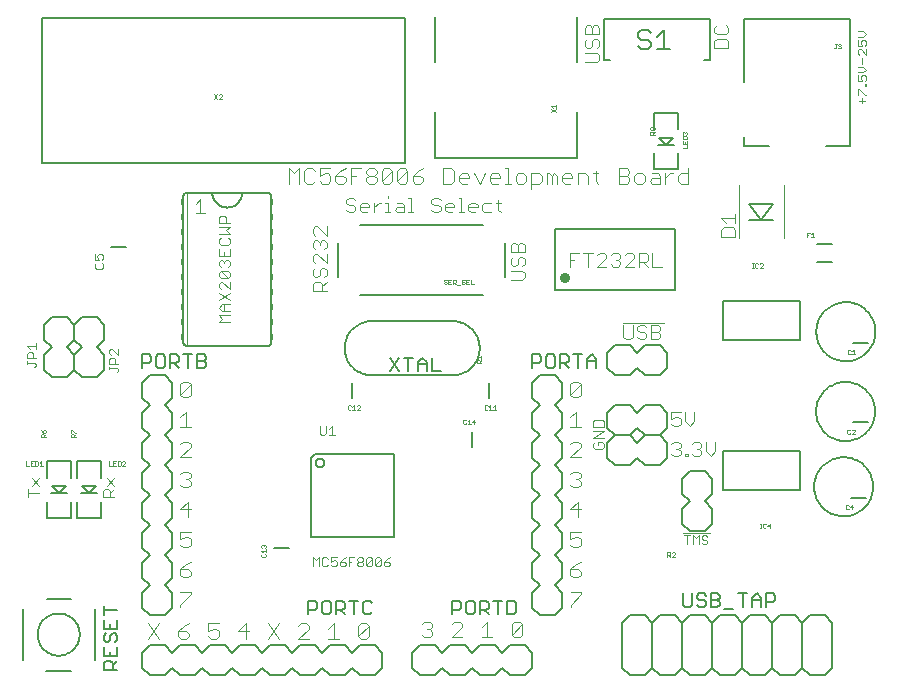
<source format=gto>
G75*
G70*
%OFA0B0*%
%FSLAX24Y24*%
%IPPOS*%
%LPD*%
%AMOC8*
5,1,8,0,0,1.08239X$1,22.5*
%
%ADD10C,0.0040*%
%ADD11C,0.0030*%
%ADD12C,0.0060*%
%ADD13C,0.0080*%
%ADD14C,0.0348*%
%ADD15C,0.0010*%
%ADD16C,0.0020*%
%ADD17C,0.0070*%
%ADD18C,0.0050*%
%ADD19R,0.0050X0.0200*%
D10*
X004704Y001931D02*
X005051Y002452D01*
X004704Y002452D02*
X005051Y001931D01*
X005704Y002018D02*
X005791Y001931D01*
X005964Y001931D01*
X006051Y002018D01*
X006051Y002105D01*
X005964Y002191D01*
X005704Y002191D01*
X005704Y002018D01*
X005704Y002191D02*
X005878Y002365D01*
X006051Y002452D01*
X005770Y002992D02*
X005770Y003079D01*
X006117Y003426D01*
X006117Y003513D01*
X005770Y003513D01*
X005857Y003992D02*
X006030Y003992D01*
X006117Y004079D01*
X006117Y004166D01*
X006030Y004252D01*
X005770Y004252D01*
X005770Y004079D01*
X005857Y003992D01*
X005770Y004252D02*
X005944Y004426D01*
X006117Y004513D01*
X006030Y004992D02*
X005857Y004992D01*
X005770Y005079D01*
X005770Y005252D02*
X005944Y005339D01*
X006030Y005339D01*
X006117Y005252D01*
X006117Y005079D01*
X006030Y004992D01*
X005770Y005252D02*
X005770Y005513D01*
X006117Y005513D01*
X006030Y005992D02*
X006030Y006513D01*
X005770Y006252D01*
X006117Y006252D01*
X006030Y006992D02*
X005857Y006992D01*
X005770Y007079D01*
X005944Y007252D02*
X006030Y007252D01*
X006117Y007166D01*
X006117Y007079D01*
X006030Y006992D01*
X006030Y007252D02*
X006117Y007339D01*
X006117Y007426D01*
X006030Y007513D01*
X005857Y007513D01*
X005770Y007426D01*
X005770Y007992D02*
X006117Y008339D01*
X006117Y008426D01*
X006030Y008513D01*
X005857Y008513D01*
X005770Y008426D01*
X005770Y007992D02*
X006117Y007992D01*
X006117Y008992D02*
X005770Y008992D01*
X005944Y008992D02*
X005944Y009513D01*
X005770Y009339D01*
X005857Y009992D02*
X005770Y010079D01*
X006117Y010426D01*
X006117Y010079D01*
X006030Y009992D01*
X005857Y009992D01*
X005770Y010079D02*
X005770Y010426D01*
X005857Y010513D01*
X006030Y010513D01*
X006117Y010426D01*
X007053Y012490D02*
X007173Y012610D01*
X007053Y012730D01*
X007413Y012730D01*
X007413Y012858D02*
X007173Y012858D01*
X007053Y012978D01*
X007173Y013098D01*
X007413Y013098D01*
X007413Y013227D02*
X007053Y013467D01*
X007113Y013595D02*
X007053Y013655D01*
X007053Y013775D01*
X007113Y013835D01*
X007173Y013835D01*
X007413Y013595D01*
X007413Y013835D01*
X007353Y013963D02*
X007113Y013963D01*
X007053Y014023D01*
X007053Y014143D01*
X007113Y014203D01*
X007353Y013963D01*
X007413Y014023D01*
X007413Y014143D01*
X007353Y014203D01*
X007113Y014203D01*
X007113Y014331D02*
X007053Y014392D01*
X007053Y014512D01*
X007113Y014572D01*
X007173Y014572D01*
X007233Y014512D01*
X007293Y014572D01*
X007353Y014572D01*
X007413Y014512D01*
X007413Y014392D01*
X007353Y014331D01*
X007233Y014452D02*
X007233Y014512D01*
X007233Y014700D02*
X007233Y014820D01*
X007053Y014940D02*
X007053Y014700D01*
X007413Y014700D01*
X007413Y014940D01*
X007353Y015068D02*
X007413Y015128D01*
X007413Y015248D01*
X007353Y015308D01*
X007413Y015436D02*
X007293Y015556D01*
X007413Y015677D01*
X007053Y015677D01*
X007053Y015805D02*
X007053Y015985D01*
X007113Y016045D01*
X007233Y016045D01*
X007293Y015985D01*
X007293Y015805D01*
X007413Y015805D02*
X007053Y015805D01*
X007053Y015436D02*
X007413Y015436D01*
X007113Y015308D02*
X007053Y015248D01*
X007053Y015128D01*
X007113Y015068D01*
X007353Y015068D01*
X006590Y016123D02*
X006283Y016123D01*
X006437Y016123D02*
X006437Y016583D01*
X006283Y016430D01*
X009386Y017109D02*
X009386Y017630D01*
X009560Y017456D01*
X009733Y017630D01*
X009733Y017109D01*
X009902Y017196D02*
X009989Y017109D01*
X010162Y017109D01*
X010249Y017196D01*
X010417Y017196D02*
X010504Y017109D01*
X010678Y017109D01*
X010764Y017196D01*
X010764Y017369D01*
X010678Y017456D01*
X010591Y017456D01*
X010417Y017369D01*
X010417Y017630D01*
X010764Y017630D01*
X010933Y017369D02*
X011193Y017369D01*
X011280Y017283D01*
X011280Y017196D01*
X011193Y017109D01*
X011020Y017109D01*
X010933Y017196D01*
X010933Y017369D01*
X011107Y017543D01*
X011280Y017630D01*
X011449Y017630D02*
X011796Y017630D01*
X011964Y017543D02*
X011964Y017456D01*
X012051Y017369D01*
X012225Y017369D01*
X012311Y017283D01*
X012311Y017196D01*
X012225Y017109D01*
X012051Y017109D01*
X011964Y017196D01*
X011964Y017283D01*
X012051Y017369D01*
X012225Y017369D02*
X012311Y017456D01*
X012311Y017543D01*
X012225Y017630D01*
X012051Y017630D01*
X011964Y017543D01*
X011622Y017369D02*
X011449Y017369D01*
X011449Y017109D02*
X011449Y017630D01*
X012480Y017543D02*
X012480Y017196D01*
X012827Y017543D01*
X012827Y017196D01*
X012740Y017109D01*
X012567Y017109D01*
X012480Y017196D01*
X012480Y017543D02*
X012567Y017630D01*
X012740Y017630D01*
X012827Y017543D01*
X012996Y017543D02*
X012996Y017196D01*
X013343Y017543D01*
X013343Y017196D01*
X013256Y017109D01*
X013082Y017109D01*
X012996Y017196D01*
X012996Y017543D02*
X013082Y017630D01*
X013256Y017630D01*
X013343Y017543D01*
X013511Y017369D02*
X013771Y017369D01*
X013858Y017283D01*
X013858Y017196D01*
X013771Y017109D01*
X013598Y017109D01*
X013511Y017196D01*
X013511Y017369D01*
X013685Y017543D01*
X013858Y017630D01*
X014543Y017630D02*
X014543Y017109D01*
X014803Y017109D01*
X014889Y017196D01*
X014889Y017543D01*
X014803Y017630D01*
X014543Y017630D01*
X015058Y017369D02*
X015145Y017456D01*
X015318Y017456D01*
X015405Y017369D01*
X015405Y017283D01*
X015058Y017283D01*
X015058Y017369D02*
X015058Y017196D01*
X015145Y017109D01*
X015318Y017109D01*
X015747Y017109D02*
X015921Y017456D01*
X016089Y017369D02*
X016176Y017456D01*
X016350Y017456D01*
X016436Y017369D01*
X016436Y017283D01*
X016089Y017283D01*
X016089Y017369D02*
X016089Y017196D01*
X016176Y017109D01*
X016350Y017109D01*
X016605Y017109D02*
X016779Y017109D01*
X016692Y017109D02*
X016692Y017630D01*
X016605Y017630D01*
X016949Y017369D02*
X016949Y017196D01*
X017036Y017109D01*
X017209Y017109D01*
X017296Y017196D01*
X017296Y017369D01*
X017209Y017456D01*
X017036Y017456D01*
X016949Y017369D01*
X017464Y017456D02*
X017464Y016936D01*
X017464Y017109D02*
X017725Y017109D01*
X017811Y017196D01*
X017811Y017369D01*
X017725Y017456D01*
X017464Y017456D01*
X017980Y017456D02*
X017980Y017109D01*
X018154Y017109D02*
X018154Y017369D01*
X018240Y017456D01*
X018327Y017369D01*
X018327Y017109D01*
X018496Y017196D02*
X018496Y017369D01*
X018582Y017456D01*
X018756Y017456D01*
X018843Y017369D01*
X018843Y017283D01*
X018496Y017283D01*
X018496Y017196D02*
X018582Y017109D01*
X018756Y017109D01*
X019011Y017109D02*
X019011Y017456D01*
X019271Y017456D01*
X019358Y017369D01*
X019358Y017109D01*
X019614Y017196D02*
X019700Y017109D01*
X019614Y017196D02*
X019614Y017543D01*
X019700Y017456D02*
X019527Y017456D01*
X020386Y017369D02*
X020646Y017369D01*
X020733Y017283D01*
X020733Y017196D01*
X020646Y017109D01*
X020386Y017109D01*
X020386Y017630D01*
X020646Y017630D01*
X020733Y017543D01*
X020733Y017456D01*
X020646Y017369D01*
X020902Y017369D02*
X020989Y017456D01*
X021162Y017456D01*
X021249Y017369D01*
X021249Y017196D01*
X021162Y017109D01*
X020989Y017109D01*
X020902Y017196D01*
X020902Y017369D01*
X021418Y017196D02*
X021504Y017109D01*
X021764Y017109D01*
X021764Y017369D01*
X021678Y017456D01*
X021504Y017456D01*
X021504Y017283D02*
X021764Y017283D01*
X021933Y017283D02*
X022107Y017456D01*
X022193Y017456D01*
X022363Y017369D02*
X022450Y017456D01*
X022710Y017456D01*
X022710Y017630D02*
X022710Y017109D01*
X022450Y017109D01*
X022363Y017196D01*
X022363Y017369D01*
X021933Y017456D02*
X021933Y017109D01*
X021504Y017283D02*
X021418Y017196D01*
X023803Y015957D02*
X023956Y015803D01*
X023880Y015650D02*
X023803Y015573D01*
X023803Y015343D01*
X024263Y015343D01*
X024263Y015573D01*
X024187Y015650D01*
X023880Y015650D01*
X024263Y015803D02*
X024263Y016110D01*
X024263Y015957D02*
X023803Y015957D01*
X024383Y015283D02*
X024383Y017063D01*
X025883Y017063D02*
X025883Y015283D01*
X021816Y014339D02*
X021509Y014339D01*
X021509Y014799D01*
X021356Y014722D02*
X021356Y014569D01*
X021279Y014492D01*
X021049Y014492D01*
X021202Y014492D02*
X021356Y014339D01*
X021049Y014339D02*
X021049Y014799D01*
X021279Y014799D01*
X021356Y014722D01*
X020895Y014722D02*
X020895Y014646D01*
X020588Y014339D01*
X020895Y014339D01*
X020895Y014722D02*
X020819Y014799D01*
X020665Y014799D01*
X020588Y014722D01*
X020435Y014722D02*
X020435Y014646D01*
X020358Y014569D01*
X020435Y014492D01*
X020435Y014415D01*
X020358Y014339D01*
X020205Y014339D01*
X020128Y014415D01*
X019975Y014339D02*
X019668Y014339D01*
X019975Y014646D01*
X019975Y014722D01*
X019898Y014799D01*
X019744Y014799D01*
X019668Y014722D01*
X019514Y014799D02*
X019207Y014799D01*
X019054Y014799D02*
X018747Y014799D01*
X018747Y014339D01*
X018747Y014569D02*
X018900Y014569D01*
X019361Y014339D02*
X019361Y014799D01*
X020128Y014722D02*
X020205Y014799D01*
X020358Y014799D01*
X020435Y014722D01*
X020358Y014569D02*
X020282Y014569D01*
X020523Y012473D02*
X021904Y012473D01*
X021771Y012317D02*
X021694Y012393D01*
X021464Y012393D01*
X021464Y011933D01*
X021694Y011933D01*
X021771Y012010D01*
X021771Y012087D01*
X021694Y012163D01*
X021464Y012163D01*
X021310Y012087D02*
X021310Y012010D01*
X021234Y011933D01*
X021080Y011933D01*
X021004Y012010D01*
X020850Y012010D02*
X020850Y012393D01*
X021004Y012317D02*
X021080Y012393D01*
X021234Y012393D01*
X021310Y012317D01*
X021234Y012163D02*
X021310Y012087D01*
X021234Y012163D02*
X021080Y012163D01*
X021004Y012240D01*
X021004Y012317D01*
X020850Y012010D02*
X020773Y011933D01*
X020620Y011933D01*
X020543Y012010D01*
X020543Y012393D01*
X021694Y012163D02*
X021771Y012240D01*
X021771Y012317D01*
X019117Y010426D02*
X019117Y010079D01*
X019030Y009992D01*
X018857Y009992D01*
X018770Y010079D01*
X019117Y010426D01*
X019030Y010513D01*
X018857Y010513D01*
X018770Y010426D01*
X018770Y010079D01*
X018944Y009513D02*
X018944Y008992D01*
X019117Y008992D02*
X018770Y008992D01*
X018770Y009339D02*
X018944Y009513D01*
X019030Y008513D02*
X018857Y008513D01*
X018770Y008426D01*
X019030Y008513D02*
X019117Y008426D01*
X019117Y008339D01*
X018770Y007992D01*
X019117Y007992D01*
X019030Y007513D02*
X019117Y007426D01*
X019117Y007339D01*
X019030Y007252D01*
X019117Y007166D01*
X019117Y007079D01*
X019030Y006992D01*
X018857Y006992D01*
X018770Y007079D01*
X018944Y007252D02*
X019030Y007252D01*
X019030Y007513D02*
X018857Y007513D01*
X018770Y007426D01*
X019030Y006513D02*
X018770Y006252D01*
X019117Y006252D01*
X019030Y005992D02*
X019030Y006513D01*
X019117Y005513D02*
X018770Y005513D01*
X018770Y005252D01*
X018944Y005339D01*
X019030Y005339D01*
X019117Y005252D01*
X019117Y005079D01*
X019030Y004992D01*
X018857Y004992D01*
X018770Y005079D01*
X019117Y004513D02*
X018944Y004426D01*
X018770Y004252D01*
X019030Y004252D01*
X019117Y004166D01*
X019117Y004079D01*
X019030Y003992D01*
X018857Y003992D01*
X018770Y004079D01*
X018770Y004252D01*
X018780Y003513D02*
X019127Y003513D01*
X019127Y003426D01*
X018780Y003079D01*
X018780Y002992D01*
X017167Y002426D02*
X017167Y002079D01*
X017080Y001992D01*
X016907Y001992D01*
X016820Y002079D01*
X017167Y002426D01*
X017080Y002513D01*
X016907Y002513D01*
X016820Y002426D01*
X016820Y002079D01*
X016167Y001992D02*
X015820Y001992D01*
X015994Y001992D02*
X015994Y002513D01*
X015820Y002339D01*
X015167Y002339D02*
X015167Y002426D01*
X015080Y002513D01*
X014907Y002513D01*
X014820Y002426D01*
X015167Y002339D02*
X014820Y001992D01*
X015167Y001992D01*
X014167Y002079D02*
X014080Y001992D01*
X013907Y001992D01*
X013820Y002079D01*
X013994Y002252D02*
X014080Y002252D01*
X014167Y002166D01*
X014167Y002079D01*
X014080Y002252D02*
X014167Y002339D01*
X014167Y002426D01*
X014080Y002513D01*
X013907Y002513D01*
X013820Y002426D01*
X012051Y002365D02*
X012051Y002018D01*
X011964Y001931D01*
X011791Y001931D01*
X011704Y002018D01*
X012051Y002365D01*
X011964Y002452D01*
X011791Y002452D01*
X011704Y002365D01*
X011704Y002018D01*
X011051Y001931D02*
X010704Y001931D01*
X010878Y001931D02*
X010878Y002452D01*
X010704Y002278D01*
X010051Y002278D02*
X010051Y002365D01*
X009964Y002452D01*
X009791Y002452D01*
X009704Y002365D01*
X010051Y002278D02*
X009704Y001931D01*
X010051Y001931D01*
X009051Y001931D02*
X008704Y002452D01*
X009051Y002452D02*
X008704Y001931D01*
X008051Y002191D02*
X007704Y002191D01*
X007964Y002452D01*
X007964Y001931D01*
X007051Y002018D02*
X006964Y001931D01*
X006791Y001931D01*
X006704Y002018D01*
X006704Y002191D02*
X006878Y002278D01*
X006964Y002278D01*
X007051Y002191D01*
X007051Y002018D01*
X006704Y002191D02*
X006704Y002452D01*
X007051Y002452D01*
X007053Y012490D02*
X007413Y012490D01*
X007233Y012858D02*
X007233Y013098D01*
X007053Y013227D02*
X007413Y013467D01*
X010188Y013535D02*
X010188Y013765D01*
X010265Y013842D01*
X010419Y013842D01*
X010495Y013765D01*
X010495Y013535D01*
X010495Y013688D02*
X010649Y013842D01*
X010572Y013995D02*
X010649Y014072D01*
X010649Y014226D01*
X010572Y014302D01*
X010495Y014302D01*
X010419Y014226D01*
X010419Y014072D01*
X010342Y013995D01*
X010265Y013995D01*
X010188Y014072D01*
X010188Y014226D01*
X010265Y014302D01*
X010265Y014456D02*
X010188Y014532D01*
X010188Y014686D01*
X010265Y014763D01*
X010342Y014763D01*
X010649Y014456D01*
X010649Y014763D01*
X010572Y014916D02*
X010649Y014993D01*
X010649Y015146D01*
X010572Y015223D01*
X010495Y015223D01*
X010419Y015146D01*
X010419Y015069D01*
X010419Y015146D02*
X010342Y015223D01*
X010265Y015223D01*
X010188Y015146D01*
X010188Y014993D01*
X010265Y014916D01*
X010265Y015376D02*
X010188Y015453D01*
X010188Y015607D01*
X010265Y015683D01*
X010342Y015683D01*
X010649Y015376D01*
X010649Y015683D01*
X011303Y016240D02*
X011380Y016163D01*
X011533Y016163D01*
X011610Y016240D01*
X011610Y016316D01*
X011533Y016393D01*
X011380Y016393D01*
X011303Y016470D01*
X011303Y016547D01*
X011380Y016623D01*
X011533Y016623D01*
X011610Y016547D01*
X011764Y016393D02*
X011840Y016470D01*
X011994Y016470D01*
X012071Y016393D01*
X012071Y016316D01*
X011764Y016316D01*
X011764Y016240D02*
X011764Y016393D01*
X011764Y016240D02*
X011840Y016163D01*
X011994Y016163D01*
X012224Y016163D02*
X012224Y016470D01*
X012377Y016470D02*
X012224Y016316D01*
X012377Y016470D02*
X012454Y016470D01*
X012608Y016470D02*
X012684Y016470D01*
X012684Y016163D01*
X012608Y016163D02*
X012761Y016163D01*
X012914Y016240D02*
X012991Y016316D01*
X013221Y016316D01*
X013221Y016393D02*
X013221Y016163D01*
X012991Y016163D01*
X012914Y016240D01*
X012991Y016470D02*
X013145Y016470D01*
X013221Y016393D01*
X013375Y016163D02*
X013528Y016163D01*
X013452Y016163D02*
X013452Y016623D01*
X013375Y016623D01*
X012684Y016623D02*
X012684Y016700D01*
X014142Y016547D02*
X014142Y016470D01*
X014219Y016393D01*
X014372Y016393D01*
X014449Y016316D01*
X014449Y016240D01*
X014372Y016163D01*
X014219Y016163D01*
X014142Y016240D01*
X014142Y016547D02*
X014219Y016623D01*
X014372Y016623D01*
X014449Y016547D01*
X014602Y016393D02*
X014679Y016470D01*
X014833Y016470D01*
X014909Y016393D01*
X014909Y016316D01*
X014602Y016316D01*
X014602Y016240D02*
X014602Y016393D01*
X014602Y016240D02*
X014679Y016163D01*
X014833Y016163D01*
X015063Y016163D02*
X015216Y016163D01*
X015139Y016163D02*
X015139Y016623D01*
X015063Y016623D01*
X015370Y016393D02*
X015446Y016470D01*
X015600Y016470D01*
X015677Y016393D01*
X015677Y016316D01*
X015370Y016316D01*
X015370Y016240D02*
X015370Y016393D01*
X015370Y016240D02*
X015446Y016163D01*
X015600Y016163D01*
X015830Y016240D02*
X015907Y016163D01*
X016137Y016163D01*
X016367Y016240D02*
X016444Y016163D01*
X016367Y016240D02*
X016367Y016547D01*
X016290Y016470D02*
X016444Y016470D01*
X016137Y016470D02*
X015907Y016470D01*
X015830Y016393D01*
X015830Y016240D01*
X015747Y017109D02*
X015574Y017456D01*
X017980Y017456D02*
X018067Y017456D01*
X018154Y017369D01*
X017172Y015133D02*
X017249Y015056D01*
X017249Y014826D01*
X016788Y014826D01*
X016788Y015056D01*
X016865Y015133D01*
X016942Y015133D01*
X017019Y015056D01*
X017019Y014826D01*
X017095Y014672D02*
X017172Y014672D01*
X017249Y014596D01*
X017249Y014442D01*
X017172Y014365D01*
X017172Y014212D02*
X016788Y014212D01*
X016865Y014365D02*
X016942Y014365D01*
X017019Y014442D01*
X017019Y014596D01*
X017095Y014672D01*
X016865Y014672D02*
X016788Y014596D01*
X016788Y014442D01*
X016865Y014365D01*
X017172Y014212D02*
X017249Y014135D01*
X017249Y013982D01*
X017172Y013905D01*
X016788Y013905D01*
X017019Y015056D02*
X017095Y015133D01*
X017172Y015133D01*
X010649Y013535D02*
X010188Y013535D01*
X009902Y017196D02*
X009902Y017543D01*
X009989Y017630D01*
X010162Y017630D01*
X010249Y017543D01*
X019263Y021162D02*
X019647Y021162D01*
X019723Y021239D01*
X019723Y021392D01*
X019647Y021469D01*
X019263Y021469D01*
X019340Y021622D02*
X019416Y021622D01*
X019493Y021699D01*
X019493Y021852D01*
X019570Y021929D01*
X019647Y021929D01*
X019723Y021852D01*
X019723Y021699D01*
X019647Y021622D01*
X019340Y021622D02*
X019263Y021699D01*
X019263Y021852D01*
X019340Y021929D01*
X019263Y022083D02*
X019263Y022313D01*
X019340Y022390D01*
X019416Y022390D01*
X019493Y022313D01*
X019493Y022083D01*
X019493Y022313D02*
X019570Y022390D01*
X019647Y022390D01*
X019723Y022313D01*
X019723Y022083D01*
X019263Y022083D01*
X023573Y022159D02*
X023650Y022083D01*
X023957Y022083D01*
X024033Y022159D01*
X024033Y022313D01*
X023957Y022390D01*
X023650Y022390D02*
X023573Y022313D01*
X023573Y022159D01*
X023650Y021929D02*
X023573Y021852D01*
X023573Y021622D01*
X024033Y021622D01*
X024033Y021852D01*
X023957Y021929D01*
X023650Y021929D01*
X022910Y009493D02*
X022910Y009187D01*
X022757Y009033D01*
X022604Y009187D01*
X022604Y009493D01*
X022450Y009493D02*
X022143Y009493D01*
X022143Y009263D01*
X022297Y009340D01*
X022373Y009340D01*
X022450Y009263D01*
X022450Y009110D01*
X022373Y009033D01*
X022220Y009033D01*
X022143Y009110D01*
X022220Y008493D02*
X022373Y008493D01*
X022450Y008417D01*
X022450Y008340D01*
X022373Y008263D01*
X022450Y008187D01*
X022450Y008110D01*
X022373Y008033D01*
X022220Y008033D01*
X022143Y008110D01*
X022297Y008263D02*
X022373Y008263D01*
X022143Y008417D02*
X022220Y008493D01*
X022604Y008110D02*
X022604Y008033D01*
X022680Y008033D01*
X022680Y008110D01*
X022604Y008110D01*
X022834Y008110D02*
X022910Y008033D01*
X023064Y008033D01*
X023141Y008110D01*
X023141Y008187D01*
X023064Y008263D01*
X022987Y008263D01*
X023064Y008263D02*
X023141Y008340D01*
X023141Y008417D01*
X023064Y008493D01*
X022910Y008493D01*
X022834Y008417D01*
X023294Y008493D02*
X023294Y008187D01*
X023448Y008033D01*
X023601Y008187D01*
X023601Y008493D01*
D11*
X023427Y005448D02*
X022543Y005448D01*
X022558Y005388D02*
X022752Y005388D01*
X022655Y005388D02*
X022655Y005098D01*
X022853Y005098D02*
X022853Y005388D01*
X022950Y005291D01*
X023046Y005388D01*
X023046Y005098D01*
X023147Y005146D02*
X023196Y005098D01*
X023293Y005098D01*
X023341Y005146D01*
X023341Y005194D01*
X023293Y005243D01*
X023196Y005243D01*
X023147Y005291D01*
X023147Y005339D01*
X023196Y005388D01*
X023293Y005388D01*
X023341Y005339D01*
X019894Y008322D02*
X019894Y008445D01*
X019832Y008507D01*
X019708Y008507D01*
X019708Y008383D01*
X019585Y008260D02*
X019832Y008260D01*
X019894Y008322D01*
X019585Y008260D02*
X019523Y008322D01*
X019523Y008445D01*
X019585Y008507D01*
X019523Y008628D02*
X019894Y008875D01*
X019523Y008875D01*
X019523Y008997D02*
X019523Y009182D01*
X019585Y009243D01*
X019832Y009243D01*
X019894Y009182D01*
X019894Y008997D01*
X019523Y008997D01*
X019523Y008628D02*
X019894Y008628D01*
X012751Y004652D02*
X012654Y004604D01*
X012557Y004507D01*
X012702Y004507D01*
X012751Y004458D01*
X012751Y004410D01*
X012702Y004362D01*
X012606Y004362D01*
X012557Y004410D01*
X012557Y004507D01*
X012456Y004604D02*
X012456Y004410D01*
X012408Y004362D01*
X012311Y004362D01*
X012263Y004410D01*
X012456Y004604D01*
X012408Y004652D01*
X012311Y004652D01*
X012263Y004604D01*
X012263Y004410D01*
X012161Y004410D02*
X012113Y004362D01*
X012016Y004362D01*
X011968Y004410D01*
X012161Y004604D01*
X012161Y004410D01*
X011968Y004410D02*
X011968Y004604D01*
X012016Y004652D01*
X012113Y004652D01*
X012161Y004604D01*
X011867Y004604D02*
X011867Y004555D01*
X011818Y004507D01*
X011722Y004507D01*
X011673Y004555D01*
X011673Y004604D01*
X011722Y004652D01*
X011818Y004652D01*
X011867Y004604D01*
X011818Y004507D02*
X011867Y004458D01*
X011867Y004410D01*
X011818Y004362D01*
X011722Y004362D01*
X011673Y004410D01*
X011673Y004458D01*
X011722Y004507D01*
X011572Y004652D02*
X011379Y004652D01*
X011379Y004362D01*
X011277Y004410D02*
X011277Y004458D01*
X011229Y004507D01*
X011084Y004507D01*
X011084Y004410D01*
X011132Y004362D01*
X011229Y004362D01*
X011277Y004410D01*
X011379Y004507D02*
X011475Y004507D01*
X011277Y004652D02*
X011181Y004604D01*
X011084Y004507D01*
X010983Y004507D02*
X010983Y004410D01*
X010934Y004362D01*
X010838Y004362D01*
X010789Y004410D01*
X010789Y004507D02*
X010886Y004555D01*
X010934Y004555D01*
X010983Y004507D01*
X010983Y004652D02*
X010789Y004652D01*
X010789Y004507D01*
X010688Y004604D02*
X010640Y004652D01*
X010543Y004652D01*
X010495Y004604D01*
X010495Y004410D01*
X010543Y004362D01*
X010640Y004362D01*
X010688Y004410D01*
X010393Y004362D02*
X010393Y004652D01*
X010297Y004555D01*
X010200Y004652D01*
X010200Y004362D01*
X010473Y008737D02*
X010570Y008737D01*
X010618Y008785D01*
X010618Y009027D01*
X010720Y008930D02*
X010816Y009027D01*
X010816Y008737D01*
X010720Y008737D02*
X010913Y008737D01*
X010473Y008737D02*
X010425Y008785D01*
X010425Y009027D01*
X003698Y010866D02*
X003698Y010915D01*
X003650Y010963D01*
X003408Y010963D01*
X003408Y010915D02*
X003408Y011012D01*
X003408Y011113D02*
X003408Y011258D01*
X003456Y011306D01*
X003553Y011306D01*
X003602Y011258D01*
X003602Y011113D01*
X003698Y011113D02*
X003408Y011113D01*
X003698Y010866D02*
X003650Y010818D01*
X003698Y011407D02*
X003505Y011601D01*
X003456Y011601D01*
X003408Y011552D01*
X003408Y011456D01*
X003456Y011407D01*
X003698Y011407D02*
X003698Y011601D01*
X000958Y011587D02*
X000958Y011781D01*
X000958Y011684D02*
X000668Y011684D01*
X000765Y011587D01*
X000813Y011486D02*
X000862Y011438D01*
X000862Y011293D01*
X000958Y011293D02*
X000668Y011293D01*
X000668Y011438D01*
X000716Y011486D01*
X000813Y011486D01*
X000668Y011192D02*
X000668Y011095D01*
X000668Y011143D02*
X000910Y011143D01*
X000958Y011095D01*
X000958Y011046D01*
X000910Y010998D01*
X002961Y014271D02*
X002913Y014319D01*
X002913Y014416D01*
X002961Y014464D01*
X002913Y014565D02*
X003058Y014565D01*
X003010Y014662D01*
X003010Y014710D01*
X003058Y014759D01*
X003155Y014759D01*
X003203Y014710D01*
X003203Y014614D01*
X003155Y014565D01*
X003155Y014464D02*
X003203Y014416D01*
X003203Y014319D01*
X003155Y014271D01*
X002961Y014271D01*
X002913Y014565D02*
X002913Y014759D01*
X003311Y007283D02*
X003558Y007036D01*
X003558Y006915D02*
X003435Y006792D01*
X003435Y006853D02*
X003435Y006668D01*
X003558Y006668D02*
X003188Y006668D01*
X003188Y006853D01*
X003250Y006915D01*
X003373Y006915D01*
X003435Y006853D01*
X003311Y007036D02*
X003558Y007283D01*
X001058Y007283D02*
X000811Y007036D01*
X000688Y006915D02*
X000688Y006668D01*
X000688Y006792D02*
X001058Y006792D01*
X001058Y007036D02*
X000811Y007283D01*
X028396Y019880D02*
X028590Y019880D01*
X028493Y019784D02*
X028493Y019977D01*
X028590Y020078D02*
X028638Y020078D01*
X028590Y020078D02*
X028396Y020272D01*
X028348Y020272D01*
X028348Y020078D01*
X028590Y020373D02*
X028590Y020421D01*
X028638Y020421D01*
X028638Y020373D01*
X028590Y020373D01*
X028590Y020520D02*
X028638Y020569D01*
X028638Y020665D01*
X028590Y020714D01*
X028493Y020714D01*
X028445Y020665D01*
X028445Y020617D01*
X028493Y020520D01*
X028348Y020520D01*
X028348Y020714D01*
X028348Y020815D02*
X028542Y020815D01*
X028638Y020912D01*
X028542Y021008D01*
X028348Y021008D01*
X028493Y021109D02*
X028493Y021303D01*
X028396Y021404D02*
X028348Y021452D01*
X028348Y021549D01*
X028396Y021598D01*
X028445Y021598D01*
X028638Y021404D01*
X028638Y021598D01*
X028590Y021699D02*
X028638Y021747D01*
X028638Y021844D01*
X028590Y021892D01*
X028493Y021892D01*
X028445Y021844D01*
X028445Y021795D01*
X028493Y021699D01*
X028348Y021699D01*
X028348Y021892D01*
X028348Y021993D02*
X028542Y021993D01*
X028638Y022090D01*
X028542Y022187D01*
X028348Y022187D01*
D12*
X012880Y008102D02*
X010260Y008102D01*
X010120Y007962D01*
X010120Y005342D01*
X012880Y005342D01*
X012880Y008102D01*
X010279Y007802D02*
X010281Y007825D01*
X010287Y007848D01*
X010296Y007869D01*
X010309Y007889D01*
X010325Y007906D01*
X010343Y007920D01*
X010363Y007931D01*
X010385Y007939D01*
X010408Y007943D01*
X010432Y007943D01*
X010455Y007939D01*
X010477Y007931D01*
X010497Y007920D01*
X010515Y007906D01*
X010531Y007889D01*
X010544Y007869D01*
X010553Y007848D01*
X010559Y007825D01*
X010561Y007802D01*
X010559Y007779D01*
X010553Y007756D01*
X010544Y007735D01*
X010531Y007715D01*
X010515Y007698D01*
X010497Y007684D01*
X010477Y007673D01*
X010455Y007665D01*
X010432Y007661D01*
X010408Y007661D01*
X010385Y007665D01*
X010363Y007673D01*
X010343Y007684D01*
X010325Y007698D01*
X010309Y007715D01*
X010296Y007735D01*
X010287Y007756D01*
X010281Y007779D01*
X010279Y007802D01*
X008653Y011693D02*
X006013Y011693D01*
X005990Y011695D01*
X005967Y011700D01*
X005945Y011709D01*
X005925Y011722D01*
X005907Y011737D01*
X005892Y011755D01*
X005879Y011775D01*
X005870Y011797D01*
X005865Y011820D01*
X005863Y011843D01*
X005863Y016663D01*
X005865Y016686D01*
X005870Y016709D01*
X005879Y016731D01*
X005892Y016751D01*
X005907Y016769D01*
X005925Y016784D01*
X005945Y016797D01*
X005967Y016806D01*
X005990Y016811D01*
X006013Y016813D01*
X006833Y016813D01*
X007833Y016813D01*
X008653Y016813D01*
X008676Y016811D01*
X008699Y016806D01*
X008721Y016797D01*
X008741Y016784D01*
X008759Y016769D01*
X008774Y016751D01*
X008787Y016731D01*
X008796Y016709D01*
X008801Y016686D01*
X008803Y016663D01*
X008803Y011843D01*
X008801Y011820D01*
X008796Y011797D01*
X008787Y011775D01*
X008774Y011755D01*
X008759Y011737D01*
X008741Y011722D01*
X008721Y011709D01*
X008699Y011700D01*
X008676Y011695D01*
X008653Y011693D01*
X007833Y016813D02*
X007831Y016769D01*
X007825Y016726D01*
X007816Y016684D01*
X007803Y016642D01*
X007786Y016602D01*
X007766Y016563D01*
X007743Y016526D01*
X007716Y016492D01*
X007687Y016459D01*
X007654Y016430D01*
X007620Y016403D01*
X007583Y016380D01*
X007544Y016360D01*
X007504Y016343D01*
X007462Y016330D01*
X007420Y016321D01*
X007377Y016315D01*
X007333Y016313D01*
X007289Y016315D01*
X007246Y016321D01*
X007204Y016330D01*
X007162Y016343D01*
X007122Y016360D01*
X007083Y016380D01*
X007046Y016403D01*
X007012Y016430D01*
X006979Y016459D01*
X006950Y016492D01*
X006923Y016526D01*
X006900Y016563D01*
X006880Y016602D01*
X006863Y016642D01*
X006850Y016684D01*
X006841Y016726D01*
X006835Y016769D01*
X006833Y016813D01*
X020750Y002722D02*
X021250Y002722D01*
X021500Y002472D01*
X021500Y000972D01*
X021250Y000722D01*
X020750Y000722D01*
X020500Y000972D01*
X020500Y002472D01*
X020750Y002722D01*
X021500Y002472D02*
X021750Y002722D01*
X022250Y002722D01*
X022500Y002472D01*
X022500Y000972D01*
X022250Y000722D01*
X021750Y000722D01*
X021500Y000972D01*
X022500Y000972D02*
X022750Y000722D01*
X023250Y000722D01*
X023500Y000972D01*
X023500Y002472D01*
X023250Y002722D01*
X022750Y002722D01*
X022500Y002472D01*
X023500Y002472D02*
X023750Y002722D01*
X024250Y002722D01*
X024500Y002472D01*
X024500Y000972D01*
X024250Y000722D01*
X023750Y000722D01*
X023500Y000972D01*
X024500Y000972D02*
X024750Y000722D01*
X025250Y000722D01*
X025500Y000972D01*
X025500Y002472D01*
X025250Y002722D01*
X024750Y002722D01*
X024500Y002472D01*
X025500Y002472D02*
X025750Y002722D01*
X026250Y002722D01*
X026500Y002472D01*
X026500Y000972D01*
X026250Y000722D01*
X025750Y000722D01*
X025500Y000972D01*
X026500Y000972D02*
X026750Y000722D01*
X027250Y000722D01*
X027500Y000972D01*
X027500Y002472D01*
X027250Y002722D01*
X026750Y002722D01*
X026500Y002472D01*
D13*
X000513Y002928D02*
X000513Y001228D01*
X001309Y000878D02*
X002113Y000878D01*
X002913Y001228D02*
X002913Y002928D01*
X002113Y003278D02*
X001320Y003278D01*
X001013Y002078D02*
X001015Y002130D01*
X001021Y002182D01*
X001031Y002234D01*
X001044Y002284D01*
X001061Y002334D01*
X001082Y002382D01*
X001107Y002428D01*
X001135Y002472D01*
X001166Y002514D01*
X001200Y002554D01*
X001237Y002591D01*
X001277Y002625D01*
X001319Y002656D01*
X001363Y002684D01*
X001409Y002709D01*
X001457Y002730D01*
X001507Y002747D01*
X001557Y002760D01*
X001609Y002770D01*
X001661Y002776D01*
X001713Y002778D01*
X001765Y002776D01*
X001817Y002770D01*
X001869Y002760D01*
X001919Y002747D01*
X001969Y002730D01*
X002017Y002709D01*
X002063Y002684D01*
X002107Y002656D01*
X002149Y002625D01*
X002189Y002591D01*
X002226Y002554D01*
X002260Y002514D01*
X002291Y002472D01*
X002319Y002428D01*
X002344Y002382D01*
X002365Y002334D01*
X002382Y002284D01*
X002395Y002234D01*
X002405Y002182D01*
X002411Y002130D01*
X002413Y002078D01*
X002411Y002026D01*
X002405Y001974D01*
X002395Y001922D01*
X002382Y001872D01*
X002365Y001822D01*
X002344Y001774D01*
X002319Y001728D01*
X002291Y001684D01*
X002260Y001642D01*
X002226Y001602D01*
X002189Y001565D01*
X002149Y001531D01*
X002107Y001500D01*
X002063Y001472D01*
X002017Y001447D01*
X001969Y001426D01*
X001919Y001409D01*
X001869Y001396D01*
X001817Y001386D01*
X001765Y001380D01*
X001713Y001378D01*
X001661Y001380D01*
X001609Y001386D01*
X001557Y001396D01*
X001507Y001409D01*
X001457Y001426D01*
X001409Y001447D01*
X001363Y001472D01*
X001319Y001500D01*
X001277Y001531D01*
X001237Y001565D01*
X001200Y001602D01*
X001166Y001642D01*
X001135Y001684D01*
X001107Y001728D01*
X001082Y001774D01*
X001061Y001822D01*
X001044Y001872D01*
X001031Y001922D01*
X001021Y001974D01*
X001015Y002026D01*
X001013Y002078D01*
X004500Y001471D02*
X004500Y000971D01*
X004750Y000721D01*
X005250Y000721D01*
X005500Y000971D01*
X005750Y000721D01*
X006250Y000721D01*
X006500Y000971D01*
X006750Y000721D01*
X007250Y000721D01*
X007500Y000971D01*
X007750Y000721D01*
X008250Y000721D01*
X008500Y000971D01*
X008750Y000721D01*
X009250Y000721D01*
X009500Y000971D01*
X009750Y000721D01*
X010250Y000721D01*
X010500Y000971D01*
X010750Y000721D01*
X011250Y000721D01*
X011500Y000971D01*
X011750Y000721D01*
X012250Y000721D01*
X012500Y000971D01*
X012500Y001471D01*
X012250Y001721D01*
X011750Y001721D01*
X011500Y001471D01*
X011250Y001721D01*
X010750Y001721D01*
X010500Y001471D01*
X010250Y001721D01*
X009750Y001721D01*
X009500Y001471D01*
X009250Y001721D01*
X008750Y001721D01*
X008500Y001471D01*
X008250Y001721D01*
X007750Y001721D01*
X007500Y001471D01*
X007250Y001721D01*
X006750Y001721D01*
X006500Y001471D01*
X006250Y001721D01*
X005750Y001721D01*
X005500Y001471D01*
X005250Y001721D01*
X004750Y001721D01*
X004500Y001471D01*
X004750Y002722D02*
X004500Y002972D01*
X004500Y003472D01*
X004750Y003722D01*
X004500Y003972D01*
X004500Y004472D01*
X004750Y004722D01*
X004500Y004972D01*
X004500Y005472D01*
X004750Y005722D01*
X004500Y005972D01*
X004500Y006472D01*
X004750Y006722D01*
X004500Y006972D01*
X004500Y007472D01*
X004750Y007722D01*
X004500Y007972D01*
X004500Y008472D01*
X004750Y008722D01*
X004500Y008972D01*
X004500Y009472D01*
X004750Y009722D01*
X004500Y009972D01*
X004500Y010472D01*
X004750Y010722D01*
X005250Y010722D01*
X005500Y010472D01*
X005500Y009972D01*
X005250Y009722D01*
X005500Y009472D01*
X005500Y008972D01*
X005250Y008722D01*
X005500Y008472D01*
X005500Y007972D01*
X005250Y007722D01*
X005500Y007472D01*
X005500Y006972D01*
X005250Y006722D01*
X005500Y006472D01*
X005500Y005972D01*
X005250Y005722D01*
X005500Y005472D01*
X005500Y004972D01*
X005250Y004722D01*
X005500Y004472D01*
X005500Y003972D01*
X005250Y003722D01*
X005500Y003472D01*
X005500Y002972D01*
X005250Y002722D01*
X004750Y002722D01*
X003127Y005958D02*
X002340Y005958D01*
X002340Y006509D01*
X002127Y006509D02*
X002127Y005958D01*
X001340Y005958D01*
X001340Y006509D01*
X001458Y006785D02*
X001733Y006785D01*
X001497Y007021D01*
X001969Y007021D01*
X001733Y006785D01*
X002009Y006785D01*
X002458Y006785D02*
X002733Y006785D01*
X002497Y007021D01*
X002969Y007021D01*
X002733Y006785D01*
X003009Y006785D01*
X003127Y006509D02*
X003127Y005958D01*
X003127Y007297D02*
X003127Y007848D01*
X002340Y007848D01*
X002340Y007297D01*
X002127Y007297D02*
X002127Y007848D01*
X001340Y007848D01*
X001340Y007297D01*
X001483Y010653D02*
X001233Y010903D01*
X001233Y011403D01*
X001483Y011653D01*
X001233Y011903D01*
X001233Y012403D01*
X001483Y012653D01*
X001983Y012653D01*
X002233Y012403D01*
X002483Y012653D01*
X002983Y012653D01*
X003233Y012403D01*
X003233Y011903D01*
X002983Y011653D01*
X003233Y011403D01*
X003233Y010903D01*
X002983Y010653D01*
X002483Y010653D01*
X002233Y010903D01*
X002233Y011403D01*
X002483Y011653D01*
X002233Y011903D01*
X002233Y012403D01*
X002233Y011903D01*
X001983Y011653D01*
X002233Y011403D01*
X002233Y010903D01*
X001983Y010653D01*
X001483Y010653D01*
X003468Y014993D02*
X003968Y014993D01*
X001150Y017801D02*
X013276Y017801D01*
X013276Y022643D01*
X001150Y022643D01*
X001150Y017801D01*
X011500Y010472D02*
X011500Y009972D01*
X012150Y010722D02*
X014850Y010722D01*
X014909Y010724D01*
X014967Y010730D01*
X015026Y010739D01*
X015083Y010753D01*
X015139Y010770D01*
X015194Y010791D01*
X015248Y010815D01*
X015300Y010843D01*
X015350Y010874D01*
X015398Y010908D01*
X015443Y010945D01*
X015486Y010986D01*
X015527Y011029D01*
X015564Y011074D01*
X015598Y011122D01*
X015629Y011172D01*
X015657Y011224D01*
X015681Y011278D01*
X015702Y011333D01*
X015719Y011389D01*
X015733Y011446D01*
X015742Y011505D01*
X015748Y011563D01*
X015750Y011622D01*
X015748Y011681D01*
X015742Y011739D01*
X015733Y011798D01*
X015719Y011855D01*
X015702Y011911D01*
X015681Y011966D01*
X015657Y012020D01*
X015629Y012072D01*
X015598Y012122D01*
X015564Y012170D01*
X015527Y012215D01*
X015486Y012258D01*
X015443Y012299D01*
X015398Y012336D01*
X015350Y012370D01*
X015300Y012401D01*
X015248Y012429D01*
X015194Y012453D01*
X015139Y012474D01*
X015083Y012491D01*
X015026Y012505D01*
X014967Y012514D01*
X014909Y012520D01*
X014850Y012522D01*
X012150Y012522D01*
X012091Y012520D01*
X012033Y012514D01*
X011974Y012505D01*
X011917Y012491D01*
X011861Y012474D01*
X011806Y012453D01*
X011752Y012429D01*
X011700Y012401D01*
X011650Y012370D01*
X011602Y012336D01*
X011557Y012299D01*
X011514Y012258D01*
X011473Y012215D01*
X011436Y012170D01*
X011402Y012122D01*
X011371Y012072D01*
X011343Y012020D01*
X011319Y011966D01*
X011298Y011911D01*
X011281Y011855D01*
X011267Y011798D01*
X011258Y011739D01*
X011252Y011681D01*
X011250Y011622D01*
X011252Y011563D01*
X011258Y011505D01*
X011267Y011446D01*
X011281Y011389D01*
X011298Y011333D01*
X011319Y011278D01*
X011343Y011224D01*
X011371Y011172D01*
X011402Y011122D01*
X011436Y011074D01*
X011473Y011029D01*
X011514Y010986D01*
X011557Y010945D01*
X011602Y010908D01*
X011650Y010874D01*
X011700Y010843D01*
X011752Y010815D01*
X011806Y010791D01*
X011861Y010770D01*
X011917Y010753D01*
X011974Y010739D01*
X012033Y010730D01*
X012091Y010724D01*
X012150Y010722D01*
X015497Y008840D02*
X015497Y008340D01*
X016050Y009972D02*
X016050Y010472D01*
X017500Y010472D02*
X017500Y009972D01*
X017750Y009722D01*
X017500Y009472D01*
X017500Y008972D01*
X017750Y008722D01*
X017500Y008472D01*
X017500Y007972D01*
X017750Y007722D01*
X017500Y007472D01*
X017500Y006972D01*
X017750Y006722D01*
X017500Y006472D01*
X017500Y005972D01*
X017750Y005722D01*
X017500Y005472D01*
X017500Y004972D01*
X017750Y004722D01*
X017500Y004472D01*
X017500Y003972D01*
X017750Y003722D01*
X017500Y003472D01*
X017500Y002972D01*
X017750Y002722D01*
X018250Y002722D01*
X018500Y002972D01*
X018500Y003472D01*
X018250Y003722D01*
X018500Y003972D01*
X018500Y004472D01*
X018250Y004722D01*
X018500Y004972D01*
X018500Y005472D01*
X018250Y005722D01*
X018500Y005972D01*
X018500Y006472D01*
X018250Y006722D01*
X018500Y006972D01*
X018500Y007472D01*
X018250Y007722D01*
X018500Y007972D01*
X018500Y008472D01*
X018250Y008722D01*
X018500Y008972D01*
X018500Y009472D01*
X018250Y009722D01*
X018500Y009972D01*
X018500Y010472D01*
X018250Y010722D01*
X017750Y010722D01*
X017500Y010472D01*
X020000Y010972D02*
X020250Y010722D01*
X020750Y010722D01*
X021000Y010972D01*
X021250Y010722D01*
X021750Y010722D01*
X022000Y010972D01*
X022000Y011472D01*
X021750Y011722D01*
X021250Y011722D01*
X021000Y011472D01*
X020750Y011722D01*
X020250Y011722D01*
X020000Y011472D01*
X020000Y010972D01*
X020250Y009722D02*
X020750Y009722D01*
X021000Y009472D01*
X021250Y009722D01*
X021750Y009722D01*
X022000Y009472D01*
X022000Y008972D01*
X021750Y008722D01*
X021250Y008722D01*
X021000Y008472D01*
X020750Y008722D01*
X020250Y008722D01*
X020000Y008472D01*
X020000Y007972D01*
X020250Y007722D01*
X020750Y007722D01*
X021000Y007972D01*
X021250Y007722D01*
X021750Y007722D01*
X022000Y007972D01*
X022000Y008472D01*
X021750Y008722D01*
X021250Y008722D01*
X021000Y008972D01*
X020750Y008722D01*
X020250Y008722D01*
X020000Y008972D01*
X020000Y009472D01*
X020250Y009722D01*
X022500Y007272D02*
X022750Y007522D01*
X023250Y007522D01*
X023500Y007272D01*
X023500Y006772D01*
X023250Y006522D01*
X023500Y006272D01*
X023500Y005772D01*
X023250Y005522D01*
X022750Y005522D01*
X022500Y005772D01*
X022500Y006272D01*
X022750Y006522D01*
X022500Y006772D01*
X022500Y007272D01*
X023863Y006903D02*
X026443Y006903D01*
X026443Y008203D01*
X023863Y008203D01*
X023863Y006903D01*
X026899Y007003D02*
X026901Y007065D01*
X026907Y007128D01*
X026917Y007189D01*
X026931Y007250D01*
X026948Y007310D01*
X026969Y007369D01*
X026995Y007426D01*
X027023Y007481D01*
X027055Y007535D01*
X027091Y007586D01*
X027129Y007636D01*
X027171Y007682D01*
X027215Y007726D01*
X027263Y007767D01*
X027312Y007805D01*
X027364Y007839D01*
X027418Y007870D01*
X027474Y007898D01*
X027532Y007922D01*
X027591Y007943D01*
X027651Y007959D01*
X027712Y007972D01*
X027774Y007981D01*
X027836Y007986D01*
X027899Y007987D01*
X027961Y007984D01*
X028023Y007977D01*
X028085Y007966D01*
X028145Y007951D01*
X028205Y007933D01*
X028263Y007911D01*
X028320Y007885D01*
X028375Y007855D01*
X028428Y007822D01*
X028479Y007786D01*
X028527Y007747D01*
X028573Y007704D01*
X028616Y007659D01*
X028656Y007611D01*
X028693Y007561D01*
X028727Y007508D01*
X028758Y007454D01*
X028784Y007398D01*
X028808Y007340D01*
X028827Y007280D01*
X028843Y007220D01*
X028855Y007158D01*
X028863Y007097D01*
X028867Y007034D01*
X028867Y006972D01*
X028863Y006909D01*
X028855Y006848D01*
X028843Y006786D01*
X028827Y006726D01*
X028808Y006666D01*
X028784Y006608D01*
X028758Y006552D01*
X028727Y006498D01*
X028693Y006445D01*
X028656Y006395D01*
X028616Y006347D01*
X028573Y006302D01*
X028527Y006259D01*
X028479Y006220D01*
X028428Y006184D01*
X028375Y006151D01*
X028320Y006121D01*
X028263Y006095D01*
X028205Y006073D01*
X028145Y006055D01*
X028085Y006040D01*
X028023Y006029D01*
X027961Y006022D01*
X027899Y006019D01*
X027836Y006020D01*
X027774Y006025D01*
X027712Y006034D01*
X027651Y006047D01*
X027591Y006063D01*
X027532Y006084D01*
X027474Y006108D01*
X027418Y006136D01*
X027364Y006167D01*
X027312Y006201D01*
X027263Y006239D01*
X027215Y006280D01*
X027171Y006324D01*
X027129Y006370D01*
X027091Y006420D01*
X027055Y006471D01*
X027023Y006525D01*
X026995Y006580D01*
X026969Y006637D01*
X026948Y006696D01*
X026931Y006756D01*
X026917Y006817D01*
X026907Y006878D01*
X026901Y006941D01*
X026899Y007003D01*
X028137Y006641D02*
X028637Y006641D01*
X028697Y009151D02*
X028197Y009151D01*
X026959Y009513D02*
X026961Y009575D01*
X026967Y009638D01*
X026977Y009699D01*
X026991Y009760D01*
X027008Y009820D01*
X027029Y009879D01*
X027055Y009936D01*
X027083Y009991D01*
X027115Y010045D01*
X027151Y010096D01*
X027189Y010146D01*
X027231Y010192D01*
X027275Y010236D01*
X027323Y010277D01*
X027372Y010315D01*
X027424Y010349D01*
X027478Y010380D01*
X027534Y010408D01*
X027592Y010432D01*
X027651Y010453D01*
X027711Y010469D01*
X027772Y010482D01*
X027834Y010491D01*
X027896Y010496D01*
X027959Y010497D01*
X028021Y010494D01*
X028083Y010487D01*
X028145Y010476D01*
X028205Y010461D01*
X028265Y010443D01*
X028323Y010421D01*
X028380Y010395D01*
X028435Y010365D01*
X028488Y010332D01*
X028539Y010296D01*
X028587Y010257D01*
X028633Y010214D01*
X028676Y010169D01*
X028716Y010121D01*
X028753Y010071D01*
X028787Y010018D01*
X028818Y009964D01*
X028844Y009908D01*
X028868Y009850D01*
X028887Y009790D01*
X028903Y009730D01*
X028915Y009668D01*
X028923Y009607D01*
X028927Y009544D01*
X028927Y009482D01*
X028923Y009419D01*
X028915Y009358D01*
X028903Y009296D01*
X028887Y009236D01*
X028868Y009176D01*
X028844Y009118D01*
X028818Y009062D01*
X028787Y009008D01*
X028753Y008955D01*
X028716Y008905D01*
X028676Y008857D01*
X028633Y008812D01*
X028587Y008769D01*
X028539Y008730D01*
X028488Y008694D01*
X028435Y008661D01*
X028380Y008631D01*
X028323Y008605D01*
X028265Y008583D01*
X028205Y008565D01*
X028145Y008550D01*
X028083Y008539D01*
X028021Y008532D01*
X027959Y008529D01*
X027896Y008530D01*
X027834Y008535D01*
X027772Y008544D01*
X027711Y008557D01*
X027651Y008573D01*
X027592Y008594D01*
X027534Y008618D01*
X027478Y008646D01*
X027424Y008677D01*
X027372Y008711D01*
X027323Y008749D01*
X027275Y008790D01*
X027231Y008834D01*
X027189Y008880D01*
X027151Y008930D01*
X027115Y008981D01*
X027083Y009035D01*
X027055Y009090D01*
X027029Y009147D01*
X027008Y009206D01*
X026991Y009266D01*
X026977Y009327D01*
X026967Y009388D01*
X026961Y009451D01*
X026959Y009513D01*
X028207Y011811D02*
X028707Y011811D01*
X026969Y012173D02*
X026971Y012235D01*
X026977Y012298D01*
X026987Y012359D01*
X027001Y012420D01*
X027018Y012480D01*
X027039Y012539D01*
X027065Y012596D01*
X027093Y012651D01*
X027125Y012705D01*
X027161Y012756D01*
X027199Y012806D01*
X027241Y012852D01*
X027285Y012896D01*
X027333Y012937D01*
X027382Y012975D01*
X027434Y013009D01*
X027488Y013040D01*
X027544Y013068D01*
X027602Y013092D01*
X027661Y013113D01*
X027721Y013129D01*
X027782Y013142D01*
X027844Y013151D01*
X027906Y013156D01*
X027969Y013157D01*
X028031Y013154D01*
X028093Y013147D01*
X028155Y013136D01*
X028215Y013121D01*
X028275Y013103D01*
X028333Y013081D01*
X028390Y013055D01*
X028445Y013025D01*
X028498Y012992D01*
X028549Y012956D01*
X028597Y012917D01*
X028643Y012874D01*
X028686Y012829D01*
X028726Y012781D01*
X028763Y012731D01*
X028797Y012678D01*
X028828Y012624D01*
X028854Y012568D01*
X028878Y012510D01*
X028897Y012450D01*
X028913Y012390D01*
X028925Y012328D01*
X028933Y012267D01*
X028937Y012204D01*
X028937Y012142D01*
X028933Y012079D01*
X028925Y012018D01*
X028913Y011956D01*
X028897Y011896D01*
X028878Y011836D01*
X028854Y011778D01*
X028828Y011722D01*
X028797Y011668D01*
X028763Y011615D01*
X028726Y011565D01*
X028686Y011517D01*
X028643Y011472D01*
X028597Y011429D01*
X028549Y011390D01*
X028498Y011354D01*
X028445Y011321D01*
X028390Y011291D01*
X028333Y011265D01*
X028275Y011243D01*
X028215Y011225D01*
X028155Y011210D01*
X028093Y011199D01*
X028031Y011192D01*
X027969Y011189D01*
X027906Y011190D01*
X027844Y011195D01*
X027782Y011204D01*
X027721Y011217D01*
X027661Y011233D01*
X027602Y011254D01*
X027544Y011278D01*
X027488Y011306D01*
X027434Y011337D01*
X027382Y011371D01*
X027333Y011409D01*
X027285Y011450D01*
X027241Y011494D01*
X027199Y011540D01*
X027161Y011590D01*
X027125Y011641D01*
X027093Y011695D01*
X027065Y011750D01*
X027039Y011807D01*
X027018Y011866D01*
X027001Y011926D01*
X026987Y011987D01*
X026977Y012048D01*
X026971Y012111D01*
X026969Y012173D01*
X026443Y011883D02*
X023863Y011883D01*
X023863Y013183D01*
X026443Y013183D01*
X026443Y011883D01*
X027003Y014513D02*
X027503Y014513D01*
X027503Y015113D02*
X027003Y015113D01*
X025527Y015886D02*
X024740Y015886D01*
X025133Y015886D02*
X025527Y016426D01*
X024740Y016426D01*
X025133Y015886D01*
X022356Y017581D02*
X022356Y018133D01*
X022238Y018408D02*
X021962Y018408D01*
X021726Y018644D01*
X022199Y018644D01*
X021962Y018408D01*
X021687Y018408D01*
X021569Y018133D02*
X021569Y017581D01*
X022356Y017581D01*
X022356Y018920D02*
X022356Y019471D01*
X021569Y019471D01*
X021569Y018920D01*
X018995Y019509D02*
X018995Y017974D01*
X014271Y017974D01*
X014271Y019509D01*
X014271Y021163D02*
X014271Y022659D01*
X018995Y022659D02*
X018995Y021163D01*
X019882Y021214D02*
X019882Y022592D01*
X023425Y022592D01*
X023425Y021214D01*
X023228Y021214D01*
X024562Y020505D02*
X024562Y022592D01*
X028105Y022592D01*
X028105Y018379D01*
X027278Y018379D01*
X025388Y018379D02*
X024562Y018379D01*
X024562Y018655D01*
X022270Y015610D02*
X018255Y015610D01*
X018255Y013563D01*
X022270Y013563D01*
X022270Y015610D01*
X020078Y021214D02*
X019882Y021214D01*
X009381Y004964D02*
X008881Y004964D01*
X013500Y001471D02*
X013500Y000971D01*
X013750Y000721D01*
X014250Y000721D01*
X014500Y000971D01*
X014750Y000721D01*
X015250Y000721D01*
X015500Y000971D01*
X015750Y000721D01*
X016250Y000721D01*
X016500Y000971D01*
X016750Y000721D01*
X017250Y000721D01*
X017500Y000971D01*
X017500Y001471D01*
X017250Y001721D01*
X016750Y001721D01*
X016500Y001471D01*
X016250Y001721D01*
X015750Y001721D01*
X015500Y001471D01*
X015250Y001721D01*
X014750Y001721D01*
X014500Y001471D01*
X014250Y001721D01*
X013750Y001721D01*
X013500Y001471D01*
D14*
X018609Y013947D03*
D15*
X015544Y013762D02*
X015444Y013762D01*
X015444Y013912D01*
X015396Y013912D02*
X015296Y013912D01*
X015296Y013762D01*
X015396Y013762D01*
X015346Y013837D02*
X015296Y013837D01*
X015249Y013812D02*
X015249Y013787D01*
X015224Y013762D01*
X015174Y013762D01*
X015149Y013787D01*
X015174Y013837D02*
X015224Y013837D01*
X015249Y013812D01*
X015249Y013887D02*
X015224Y013912D01*
X015174Y013912D01*
X015149Y013887D01*
X015149Y013862D01*
X015174Y013837D01*
X015102Y013737D02*
X015002Y013737D01*
X014954Y013762D02*
X014904Y013812D01*
X014929Y013812D02*
X014854Y013812D01*
X014854Y013762D02*
X014854Y013912D01*
X014929Y013912D01*
X014954Y013887D01*
X014954Y013837D01*
X014929Y013812D01*
X014807Y013762D02*
X014707Y013762D01*
X014707Y013912D01*
X014807Y013912D01*
X014757Y013837D02*
X014707Y013837D01*
X014660Y013812D02*
X014660Y013787D01*
X014635Y013762D01*
X014585Y013762D01*
X014560Y013787D01*
X014585Y013837D02*
X014635Y013837D01*
X014660Y013812D01*
X014660Y013887D02*
X014635Y013912D01*
X014585Y013912D01*
X014560Y013887D01*
X014560Y013862D01*
X014585Y013837D01*
X015795Y011374D02*
X015795Y011274D01*
X015795Y011227D02*
X015745Y011177D01*
X015745Y011202D02*
X015745Y011127D01*
X015795Y011127D02*
X015645Y011127D01*
X015645Y011202D01*
X015670Y011227D01*
X015720Y011227D01*
X015745Y011202D01*
X015695Y011274D02*
X015645Y011324D01*
X015795Y011324D01*
X015938Y009717D02*
X015913Y009692D01*
X015913Y009592D01*
X015938Y009567D01*
X015988Y009567D01*
X016013Y009592D01*
X016060Y009567D02*
X016160Y009567D01*
X016208Y009567D02*
X016308Y009567D01*
X016258Y009567D02*
X016258Y009717D01*
X016208Y009667D01*
X016110Y009717D02*
X016110Y009567D01*
X016060Y009667D02*
X016110Y009717D01*
X016013Y009692D02*
X015988Y009717D01*
X015938Y009717D01*
X015571Y009245D02*
X015496Y009170D01*
X015596Y009170D01*
X015571Y009095D02*
X015571Y009245D01*
X015399Y009245D02*
X015399Y009095D01*
X015349Y009095D02*
X015449Y009095D01*
X015349Y009195D02*
X015399Y009245D01*
X015302Y009220D02*
X015277Y009245D01*
X015227Y009245D01*
X015202Y009220D01*
X015202Y009120D01*
X015227Y009095D01*
X015277Y009095D01*
X015302Y009120D01*
X011758Y009567D02*
X011658Y009567D01*
X011758Y009667D01*
X011758Y009692D01*
X011733Y009717D01*
X011683Y009717D01*
X011658Y009692D01*
X011560Y009717D02*
X011560Y009567D01*
X011510Y009567D02*
X011610Y009567D01*
X011510Y009667D02*
X011560Y009717D01*
X011463Y009692D02*
X011438Y009717D01*
X011388Y009717D01*
X011363Y009692D01*
X011363Y009592D01*
X011388Y009567D01*
X011438Y009567D01*
X011463Y009592D01*
X008601Y005064D02*
X008626Y005039D01*
X008626Y004989D01*
X008601Y004964D01*
X008626Y004917D02*
X008626Y004817D01*
X008626Y004867D02*
X008476Y004867D01*
X008526Y004817D01*
X008501Y004769D02*
X008476Y004744D01*
X008476Y004694D01*
X008501Y004669D01*
X008601Y004669D01*
X008626Y004694D01*
X008626Y004744D01*
X008601Y004769D01*
X008501Y004964D02*
X008476Y004989D01*
X008476Y005039D01*
X008501Y005064D01*
X008526Y005064D01*
X008551Y005039D01*
X008576Y005064D01*
X008601Y005064D01*
X008551Y005039D02*
X008551Y005014D01*
X003930Y007708D02*
X003830Y007708D01*
X003930Y007808D01*
X003930Y007833D01*
X003905Y007858D01*
X003855Y007858D01*
X003830Y007833D01*
X003783Y007833D02*
X003758Y007858D01*
X003683Y007858D01*
X003683Y007708D01*
X003758Y007708D01*
X003783Y007733D01*
X003783Y007833D01*
X003636Y007858D02*
X003536Y007858D01*
X003536Y007708D01*
X003636Y007708D01*
X003586Y007783D02*
X003536Y007783D01*
X003488Y007708D02*
X003388Y007708D01*
X003388Y007858D01*
X002278Y008658D02*
X002128Y008658D01*
X002128Y008733D01*
X002153Y008758D01*
X002203Y008758D01*
X002228Y008733D01*
X002228Y008658D01*
X002228Y008708D02*
X002278Y008758D01*
X002278Y008805D02*
X002253Y008805D01*
X002153Y008905D01*
X002128Y008905D01*
X002128Y008805D01*
X001278Y008830D02*
X001278Y008880D01*
X001253Y008905D01*
X001228Y008905D01*
X001203Y008880D01*
X001203Y008805D01*
X001253Y008805D01*
X001278Y008830D01*
X001278Y008758D02*
X001228Y008708D01*
X001228Y008733D02*
X001228Y008658D01*
X001278Y008658D02*
X001128Y008658D01*
X001128Y008733D01*
X001153Y008758D01*
X001203Y008758D01*
X001228Y008733D01*
X001203Y008805D02*
X001153Y008855D01*
X001128Y008905D01*
X001130Y007858D02*
X001130Y007708D01*
X001080Y007708D02*
X001180Y007708D01*
X001080Y007808D02*
X001130Y007858D01*
X001033Y007833D02*
X001008Y007858D01*
X000933Y007858D01*
X000933Y007708D01*
X001008Y007708D01*
X001033Y007733D01*
X001033Y007833D01*
X000886Y007858D02*
X000786Y007858D01*
X000786Y007708D01*
X000886Y007708D01*
X000836Y007783D02*
X000786Y007783D01*
X000738Y007708D02*
X000638Y007708D01*
X000638Y007858D01*
X018138Y019483D02*
X018288Y019584D01*
X018288Y019631D02*
X018288Y019731D01*
X018288Y019681D02*
X018138Y019681D01*
X018188Y019631D01*
X018138Y019584D02*
X018288Y019483D01*
X021439Y018968D02*
X021439Y018918D01*
X021464Y018893D01*
X021489Y018893D01*
X021514Y018918D01*
X021514Y018968D01*
X021539Y018993D01*
X021564Y018993D01*
X021589Y018968D01*
X021589Y018918D01*
X021564Y018893D01*
X021539Y018893D01*
X021514Y018918D01*
X021514Y018968D02*
X021489Y018993D01*
X021464Y018993D01*
X021439Y018968D01*
X021464Y018845D02*
X021514Y018845D01*
X021539Y018820D01*
X021539Y018745D01*
X021589Y018745D02*
X021439Y018745D01*
X021439Y018820D01*
X021464Y018845D01*
X021539Y018795D02*
X021589Y018845D01*
X022517Y018809D02*
X022542Y018834D01*
X022567Y018834D01*
X022592Y018809D01*
X022617Y018834D01*
X022642Y018834D01*
X022667Y018809D01*
X022667Y018759D01*
X022642Y018734D01*
X022642Y018687D02*
X022542Y018687D01*
X022517Y018662D01*
X022517Y018587D01*
X022667Y018587D01*
X022667Y018662D01*
X022642Y018687D01*
X022592Y018784D02*
X022592Y018809D01*
X022517Y018809D02*
X022517Y018759D01*
X022542Y018734D01*
X022517Y018539D02*
X022517Y018439D01*
X022667Y018439D01*
X022667Y018539D01*
X022592Y018489D02*
X022592Y018439D01*
X022667Y018392D02*
X022667Y018292D01*
X022517Y018292D01*
X026658Y015468D02*
X026658Y015318D01*
X026658Y015393D02*
X026708Y015393D01*
X026658Y015468D02*
X026758Y015468D01*
X026806Y015418D02*
X026856Y015468D01*
X026856Y015318D01*
X026806Y015318D02*
X026906Y015318D01*
X025179Y014438D02*
X025154Y014463D01*
X025104Y014463D01*
X025079Y014438D01*
X025031Y014438D02*
X025006Y014463D01*
X024956Y014463D01*
X024931Y014438D01*
X024931Y014338D01*
X024956Y014313D01*
X025006Y014313D01*
X025031Y014338D01*
X025079Y014313D02*
X025179Y014413D01*
X025179Y014438D01*
X025179Y014313D02*
X025079Y014313D01*
X024883Y014313D02*
X024833Y014313D01*
X024858Y014313D02*
X024858Y014463D01*
X024833Y014463D02*
X024883Y014463D01*
X028014Y011543D02*
X028014Y011443D01*
X028039Y011418D01*
X028089Y011418D01*
X028114Y011443D01*
X028161Y011418D02*
X028261Y011418D01*
X028211Y011418D02*
X028211Y011568D01*
X028161Y011518D01*
X028114Y011543D02*
X028089Y011568D01*
X028039Y011568D01*
X028014Y011543D01*
X028029Y008908D02*
X028004Y008883D01*
X028004Y008783D01*
X028029Y008758D01*
X028079Y008758D01*
X028104Y008783D01*
X028151Y008758D02*
X028251Y008858D01*
X028251Y008883D01*
X028226Y008908D01*
X028176Y008908D01*
X028151Y008883D01*
X028104Y008883D02*
X028079Y008908D01*
X028029Y008908D01*
X028151Y008758D02*
X028251Y008758D01*
X028166Y006398D02*
X028091Y006323D01*
X028191Y006323D01*
X028166Y006248D02*
X028166Y006398D01*
X028044Y006373D02*
X028019Y006398D01*
X027969Y006398D01*
X027944Y006373D01*
X027944Y006273D01*
X027969Y006248D01*
X028019Y006248D01*
X028044Y006273D01*
X025436Y005698D02*
X025336Y005698D01*
X025411Y005773D01*
X025411Y005623D01*
X025289Y005648D02*
X025264Y005623D01*
X025214Y005623D01*
X025189Y005648D01*
X025189Y005748D01*
X025214Y005773D01*
X025264Y005773D01*
X025289Y005748D01*
X025140Y005773D02*
X025090Y005773D01*
X025115Y005773D02*
X025115Y005623D01*
X025090Y005623D02*
X025140Y005623D01*
X022252Y004802D02*
X022227Y004827D01*
X022177Y004827D01*
X022152Y004802D01*
X022105Y004802D02*
X022105Y004752D01*
X022080Y004727D01*
X022005Y004727D01*
X022055Y004727D02*
X022105Y004677D01*
X022152Y004677D02*
X022252Y004777D01*
X022252Y004802D01*
X022252Y004677D02*
X022152Y004677D01*
X022105Y004802D02*
X022080Y004827D01*
X022005Y004827D01*
X022005Y004677D01*
X027569Y021618D02*
X027544Y021643D01*
X027569Y021618D02*
X027594Y021618D01*
X027619Y021643D01*
X027619Y021768D01*
X027594Y021768D02*
X027644Y021768D01*
X027691Y021743D02*
X027716Y021768D01*
X027766Y021768D01*
X027791Y021743D01*
X027791Y021718D01*
X027766Y021693D01*
X027791Y021668D01*
X027791Y021643D01*
X027766Y021618D01*
X027716Y021618D01*
X027691Y021643D01*
X027741Y021693D02*
X027766Y021693D01*
D16*
X007151Y020061D02*
X007128Y020085D01*
X007081Y020085D01*
X007058Y020061D01*
X007004Y020085D02*
X006910Y019945D01*
X007004Y019945D02*
X006910Y020085D01*
X007058Y019945D02*
X007151Y020038D01*
X007151Y020061D01*
X007151Y019945D02*
X007058Y019945D01*
X006003Y016803D02*
X006003Y011703D01*
D17*
X021028Y021696D02*
X021133Y021591D01*
X021344Y021591D01*
X021449Y021696D01*
X021449Y021802D01*
X021344Y021907D01*
X021133Y021907D01*
X021028Y022012D01*
X021028Y022117D01*
X021133Y022222D01*
X021344Y022222D01*
X021449Y022117D01*
X021673Y022012D02*
X021883Y022222D01*
X021883Y021591D01*
X021673Y021591D02*
X022093Y021591D01*
D18*
X015861Y015728D02*
X011767Y015728D01*
X011019Y015137D02*
X011019Y013996D01*
X011767Y013405D02*
X015861Y013405D01*
X016609Y013996D02*
X016609Y015137D01*
X017495Y011418D02*
X017720Y011418D01*
X017795Y011343D01*
X017795Y011192D01*
X017720Y011117D01*
X017495Y011117D01*
X017495Y010967D02*
X017495Y011418D01*
X017955Y011343D02*
X017955Y011042D01*
X018030Y010967D01*
X018181Y010967D01*
X018256Y011042D01*
X018256Y011343D01*
X018181Y011418D01*
X018030Y011418D01*
X017955Y011343D01*
X018416Y011418D02*
X018416Y010967D01*
X018416Y011117D02*
X018641Y011117D01*
X018716Y011192D01*
X018716Y011343D01*
X018641Y011418D01*
X018416Y011418D01*
X018566Y011117D02*
X018716Y010967D01*
X019026Y010967D02*
X019026Y011418D01*
X018876Y011418D02*
X019176Y011418D01*
X019336Y011268D02*
X019487Y011418D01*
X019637Y011268D01*
X019637Y010967D01*
X019637Y011192D02*
X019336Y011192D01*
X019336Y011268D02*
X019336Y010967D01*
X014446Y010857D02*
X014146Y010857D01*
X014146Y011307D01*
X013986Y011157D02*
X013986Y010857D01*
X013986Y011082D02*
X013686Y011082D01*
X013686Y011157D02*
X013686Y010857D01*
X013375Y010857D02*
X013375Y011307D01*
X013225Y011307D02*
X013526Y011307D01*
X013686Y011157D02*
X013836Y011307D01*
X013986Y011157D01*
X013065Y011307D02*
X012765Y010857D01*
X013065Y010857D02*
X012765Y011307D01*
X006637Y011343D02*
X006637Y011268D01*
X006562Y011192D01*
X006336Y011192D01*
X006336Y010967D02*
X006562Y010967D01*
X006637Y011042D01*
X006637Y011117D01*
X006562Y011192D01*
X006637Y011343D02*
X006562Y011418D01*
X006336Y011418D01*
X006336Y010967D01*
X006026Y010967D02*
X006026Y011418D01*
X005876Y011418D02*
X006176Y011418D01*
X005716Y011343D02*
X005716Y011192D01*
X005641Y011117D01*
X005416Y011117D01*
X005416Y010967D02*
X005416Y011418D01*
X005641Y011418D01*
X005716Y011343D01*
X005566Y011117D02*
X005716Y010967D01*
X005256Y011042D02*
X005256Y011343D01*
X005181Y011418D01*
X005030Y011418D01*
X004955Y011343D01*
X004955Y011042D01*
X005030Y010967D01*
X005181Y010967D01*
X005256Y011042D01*
X004795Y011192D02*
X004720Y011117D01*
X004495Y011117D01*
X004495Y010967D02*
X004495Y011418D01*
X004720Y011418D01*
X004795Y011343D01*
X004795Y011192D01*
X003213Y003040D02*
X003213Y002740D01*
X003213Y002890D02*
X003663Y002890D01*
X003663Y002579D02*
X003663Y002279D01*
X003213Y002279D01*
X003213Y002579D01*
X003438Y002429D02*
X003438Y002279D01*
X003513Y002119D02*
X003588Y002119D01*
X003663Y002044D01*
X003663Y001894D01*
X003588Y001819D01*
X003438Y001894D02*
X003438Y002044D01*
X003513Y002119D01*
X003288Y002119D02*
X003213Y002044D01*
X003213Y001894D01*
X003288Y001819D01*
X003363Y001819D01*
X003438Y001894D01*
X003213Y001659D02*
X003213Y001359D01*
X003663Y001359D01*
X003663Y001659D01*
X003438Y001509D02*
X003438Y001359D01*
X003438Y001198D02*
X003513Y001123D01*
X003513Y000898D01*
X003513Y001048D02*
X003663Y001198D01*
X003438Y001198D02*
X003288Y001198D01*
X003213Y001123D01*
X003213Y000898D01*
X003663Y000898D01*
X010025Y002747D02*
X010025Y003198D01*
X010250Y003198D01*
X010325Y003123D01*
X010325Y002972D01*
X010250Y002897D01*
X010025Y002897D01*
X010485Y002822D02*
X010485Y003123D01*
X010560Y003198D01*
X010711Y003198D01*
X010786Y003123D01*
X010786Y002822D01*
X010711Y002747D01*
X010560Y002747D01*
X010485Y002822D01*
X010946Y002747D02*
X010946Y003198D01*
X011171Y003198D01*
X011246Y003123D01*
X011246Y002972D01*
X011171Y002897D01*
X010946Y002897D01*
X011096Y002897D02*
X011246Y002747D01*
X011556Y002747D02*
X011556Y003198D01*
X011406Y003198D02*
X011706Y003198D01*
X011866Y003123D02*
X011866Y002822D01*
X011942Y002747D01*
X012092Y002747D01*
X012167Y002822D01*
X012167Y003123D02*
X012092Y003198D01*
X011942Y003198D01*
X011866Y003123D01*
X014825Y003198D02*
X014825Y002747D01*
X014825Y002897D02*
X015050Y002897D01*
X015125Y002972D01*
X015125Y003123D01*
X015050Y003198D01*
X014825Y003198D01*
X015285Y003123D02*
X015285Y002822D01*
X015360Y002747D01*
X015511Y002747D01*
X015586Y002822D01*
X015586Y003123D01*
X015511Y003198D01*
X015360Y003198D01*
X015285Y003123D01*
X015746Y003198D02*
X015971Y003198D01*
X016046Y003123D01*
X016046Y002972D01*
X015971Y002897D01*
X015746Y002897D01*
X015746Y002747D02*
X015746Y003198D01*
X015896Y002897D02*
X016046Y002747D01*
X016356Y002747D02*
X016356Y003198D01*
X016206Y003198D02*
X016506Y003198D01*
X016666Y003198D02*
X016892Y003198D01*
X016967Y003123D01*
X016967Y002822D01*
X016892Y002747D01*
X016666Y002747D01*
X016666Y003198D01*
X022525Y003072D02*
X022600Y002997D01*
X022750Y002997D01*
X022825Y003072D01*
X022825Y003447D01*
X022985Y003372D02*
X022985Y003297D01*
X023060Y003222D01*
X023211Y003222D01*
X023286Y003147D01*
X023286Y003072D01*
X023211Y002997D01*
X023060Y002997D01*
X022985Y003072D01*
X022985Y003372D02*
X023060Y003447D01*
X023211Y003447D01*
X023286Y003372D01*
X023446Y003447D02*
X023671Y003447D01*
X023746Y003372D01*
X023746Y003297D01*
X023671Y003222D01*
X023446Y003222D01*
X023671Y003222D02*
X023746Y003147D01*
X023746Y003072D01*
X023671Y002997D01*
X023446Y002997D01*
X023446Y003447D01*
X023906Y002922D02*
X024206Y002922D01*
X024517Y002997D02*
X024517Y003447D01*
X024667Y003447D02*
X024366Y003447D01*
X024827Y003297D02*
X024977Y003447D01*
X025127Y003297D01*
X025127Y002997D01*
X025287Y002997D02*
X025287Y003447D01*
X025512Y003447D01*
X025587Y003372D01*
X025587Y003222D01*
X025512Y003147D01*
X025287Y003147D01*
X025127Y003222D02*
X024827Y003222D01*
X024827Y003297D02*
X024827Y002997D01*
X022525Y003072D02*
X022525Y003447D01*
D19*
X008828Y012003D03*
X008828Y012503D03*
X008828Y013003D03*
X008828Y013503D03*
X008828Y014003D03*
X008828Y014503D03*
X008828Y015003D03*
X008828Y015503D03*
X008828Y016003D03*
X008828Y016503D03*
X005838Y016503D03*
X005838Y016003D03*
X005838Y015503D03*
X005838Y015003D03*
X005838Y014503D03*
X005838Y014003D03*
X005838Y013503D03*
X005838Y013003D03*
X005838Y012503D03*
X005838Y012003D03*
M02*

</source>
